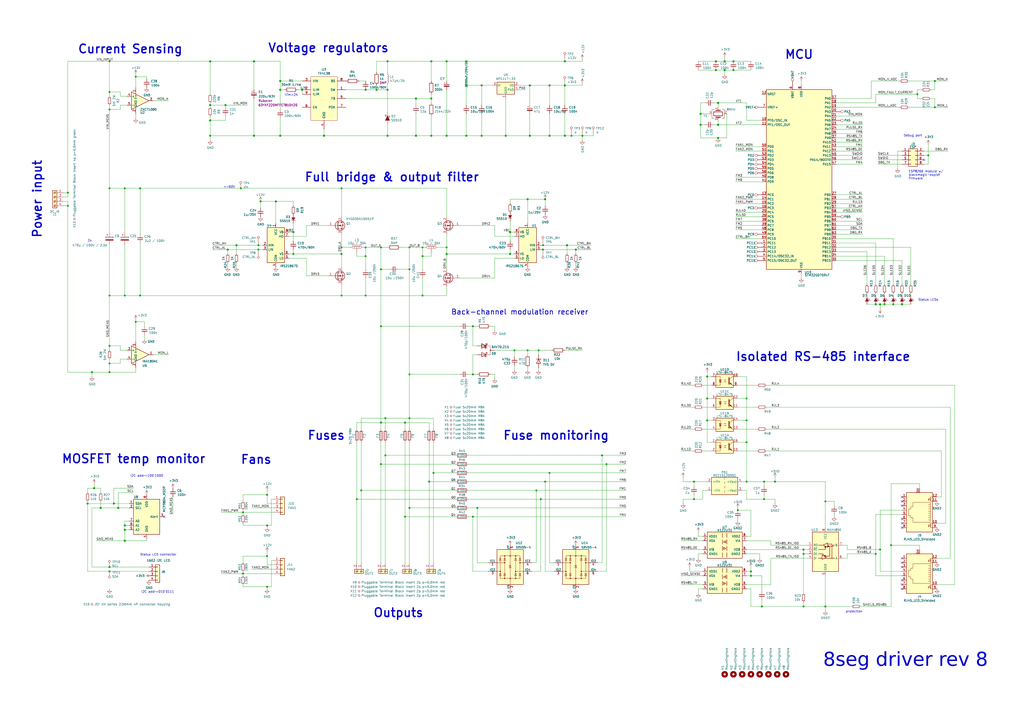
<source format=kicad_sch>
(kicad_sch (version 20230819) (generator eeschema)

  (uuid a4b014d8-050b-4a7a-9077-d2799def17e5)

  (paper "A2")

  

  (junction (at 327.66 78.74) (diameter 1.016) (color 0 0 0 0)
    (uuid 00f422f1-f7f8-45df-931d-5010ff4fc931)
  )
  (junction (at 154.94 287.02) (diameter 0) (color 0 0 0 0)
    (uuid 012f993e-32a7-4364-bac7-db81f6a8a52d)
  )
  (junction (at 259.08 147.32) (diameter 1.016) (color 0 0 0 0)
    (uuid 0320d5ba-1f2a-4dbb-90ec-b8337f7c0078)
  )
  (junction (at 293.37 78.74) (diameter 1.016) (color 0 0 0 0)
    (uuid 035e3df6-a887-424c-8db8-3025c19db82a)
  )
  (junction (at 81.28 109.22) (diameter 0) (color 0 0 0 0)
    (uuid 04379d1c-34c2-4f85-9628-6d7b4d385b04)
  )
  (junction (at 311.15 284.48) (diameter 0) (color 0 0 0 0)
    (uuid 0521cba7-58ba-4404-abc4-97ed796be5e9)
  )
  (junction (at 466.09 351.79) (diameter 0) (color 0 0 0 0)
    (uuid 069a20a2-df52-47f3-b7b5-c90d77e83327)
  )
  (junction (at 443.23 279.4) (diameter 0) (color 0 0 0 0)
    (uuid 08ee1e7a-8d3a-4298-bf77-657ae0db370b)
  )
  (junction (at 147.32 35.56) (diameter 1.016) (color 0 0 0 0)
    (uuid 0903abc9-8580-46a5-a0e4-5ce6a661e2ab)
  )
  (junction (at 443.23 289.56) (diameter 0) (color 0 0 0 0)
    (uuid 09412149-c3d7-42cc-b02a-e8a0a7d26ad1)
  )
  (junction (at 63.5 63.5) (diameter 0) (color 0 0 0 0)
    (uuid 0a2021a7-8eee-457f-a19b-e69bdcddf013)
  )
  (junction (at 72.39 307.34) (diameter 1.016) (color 0 0 0 0)
    (uuid 0ca53f50-b13d-43cb-88af-bf26352ab851)
  )
  (junction (at 140.97 297.18) (diameter 0) (color 0 0 0 0)
    (uuid 0ce4a76c-a77f-4fba-844a-dd70f01d7604)
  )
  (junction (at 441.96 351.79) (diameter 0) (color 0 0 0 0)
    (uuid 0ce6d385-3e5a-40c3-92c9-e41887ea74f1)
  )
  (junction (at 241.3 57.15) (diameter 1.016) (color 0 0 0 0)
    (uuid 0e013a49-ea28-4317-91d8-c846afcf1446)
  )
  (junction (at 327.66 49.53) (diameter 1.016) (color 0 0 0 0)
    (uuid 0ecb41a9-edcd-4167-851b-0a409316af20)
  )
  (junction (at 63.5 109.22) (diameter 0) (color 0 0 0 0)
    (uuid 0f1602c1-b0ae-4d37-8b1a-0f6e7fbd9c01)
  )
  (junction (at 198.12 171.45) (diameter 0) (color 0 0 0 0)
    (uuid 0fa30f14-9242-4c82-8ead-1b5ce9761b9a)
  )
  (junction (at 402.59 289.56) (diameter 0) (color 0 0 0 0)
    (uuid 12f94100-d7e3-4cfb-94ec-6bef0f50d5bd)
  )
  (junction (at 276.86 294.64) (diameter 0) (color 0 0 0 0)
    (uuid 14842aab-327b-4314-ad90-baecb989e3b2)
  )
  (junction (at 250.19 78.74) (diameter 1.016) (color 0 0 0 0)
    (uuid 17438b62-92c5-4c16-8372-5519e17644ba)
  )
  (junction (at 298.45 203.2) (diameter 0) (color 0 0 0 0)
    (uuid 176d78f8-ee33-48e8-8626-c5f4a9ac9253)
  )
  (junction (at 207.01 289.56) (diameter 0) (color 0 0 0 0)
    (uuid 1834741d-cc72-4464-a9e2-2d64b807c3d5)
  )
  (junction (at 314.96 142.24) (diameter 0) (color 0 0 0 0)
    (uuid 188ba6d1-0258-4430-82de-4504640c9221)
  )
  (junction (at 406.4 72.39) (diameter 1.016) (color 0 0 0 0)
    (uuid 197eb893-ab50-430d-9190-6ad4ef716463)
  )
  (junction (at 220.98 245.11) (diameter 0) (color 0 0 0 0)
    (uuid 1d0b64e3-ce82-495b-b6c3-3757b8cbd4df)
  )
  (junction (at 314.96 144.78) (diameter 0) (color 0 0 0 0)
    (uuid 1d5034a5-2105-485a-8f0e-973a0e29ed21)
  )
  (junction (at 121.92 35.56) (diameter 1.016) (color 0 0 0 0)
    (uuid 1d5da22d-f43f-4a8c-b79f-b6a201ab433d)
  )
  (junction (at 54.61 283.21) (diameter 1.016) (color 0 0 0 0)
    (uuid 1eeb059b-acfc-46ea-bb64-a81bc92bb3a3)
  )
  (junction (at 209.55 284.48) (diameter 0) (color 0 0 0 0)
    (uuid 1f925e27-5fda-48a0-8434-49ca60ab828f)
  )
  (junction (at 410.21 231.14) (diameter 0) (color 0 0 0 0)
    (uuid 211d2edf-7005-449f-bc5d-8eca38d8bb6e)
  )
  (junction (at 349.25 264.16) (diameter 0) (color 0 0 0 0)
    (uuid 247960e5-6168-410c-8832-58a49d63dbf0)
  )
  (junction (at 63.5 200.66) (diameter 0) (color 0 0 0 0)
    (uuid 26c973fa-96f3-42b2-a211-ca3d321e1041)
  )
  (junction (at 78.74 44.45) (diameter 0) (color 0 0 0 0)
    (uuid 279f612f-5738-4f20-a535-9958ef780352)
  )
  (junction (at 510.54 176.53) (diameter 1.016) (color 0 0 0 0)
    (uuid 27fcf822-a402-4867-858f-a19ea5819b84)
  )
  (junction (at 130.81 60.96) (diameter 1.016) (color 0 0 0 0)
    (uuid 29d932ac-35b1-4719-b024-fb16ea3d7d64)
  )
  (junction (at 433.07 279.4) (diameter 0) (color 0 0 0 0)
    (uuid 2ba2929e-d82d-40cb-af72-a59d58d33cbc)
  )
  (junction (at 306.07 115.57) (diameter 1.016) (color 0 0 0 0)
    (uuid 2bbf58a4-4126-478e-b296-04cae21d1e49)
  )
  (junction (at 312.42 203.2) (diameter 0) (color 0 0 0 0)
    (uuid 2de04189-82cd-4f64-bb4a-d15b8bda3c3d)
  )
  (junction (at 162.56 78.74) (diameter 1.016) (color 0 0 0 0)
    (uuid 2ef7a379-fc96-409e-86be-72ad614f5c77)
  )
  (junction (at 198.12 147.32) (diameter 1.016) (color 0 0 0 0)
    (uuid 33c966db-50f5-43db-9455-0a2a2c65d44b)
  )
  (junction (at 212.09 148.59) (diameter 0) (color 0 0 0 0)
    (uuid 350628bc-cd1a-40ff-b431-4e7d7c62d68b)
  )
  (junction (at 241.3 78.74) (diameter 1.016) (color 0 0 0 0)
    (uuid 377b7b69-af5e-4cc7-8770-03636f199c92)
  )
  (junction (at 435.61 334.01) (diameter 0) (color 0 0 0 0)
    (uuid 395e6e86-1a94-4bad-896f-145126a7bb00)
  )
  (junction (at 513.08 176.53) (diameter 1.016) (color 0 0 0 0)
    (uuid 3a1e84d6-a87a-4bfb-a2a4-3c6397a7592a)
  )
  (junction (at 237.49 156.21) (diameter 0) (color 0 0 0 0)
    (uuid 3a8f40ae-2e79-4177-9f98-fb8dc7763aba)
  )
  (junction (at 542.29 46.99) (diameter 0) (color 0 0 0 0)
    (uuid 3b5623e9-46f1-4b36-9457-0c0b1018d010)
  )
  (junction (at 137.16 142.24) (diameter 1.016) (color 0 0 0 0)
    (uuid 3ba4cc3b-ceb4-4b38-8b98-08a2715df3eb)
  )
  (junction (at 198.12 109.22) (diameter 0) (color 0 0 0 0)
    (uuid 3ca9dcd0-c320-4a36-9607-4c03daa6a361)
  )
  (junction (at 237.49 294.64) (diameter 0) (color 0 0 0 0)
    (uuid 3d67d638-b1d1-4f98-8a20-8523891ce794)
  )
  (junction (at 518.16 176.53) (diameter 0) (color 0 0 0 0)
    (uuid 3eff19e4-fd72-476a-87b1-b08e7931cbe4)
  )
  (junction (at 237.49 217.17) (diameter 0) (color 0 0 0 0)
    (uuid 3f569de3-d1cf-4267-a849-c01dba18e7e0)
  )
  (junction (at 237.49 143.51) (diameter 0) (color 0 0 0 0)
    (uuid 40689062-8cea-423a-ae91-f37b9b5d6731)
  )
  (junction (at 307.34 78.74) (diameter 1.016) (color 0 0 0 0)
    (uuid 41ab825f-1308-4d4a-91de-7aaf5c5b747f)
  )
  (junction (at 224.79 52.07) (diameter 1.016) (color 0 0 0 0)
    (uuid 423257a9-1cf1-4a26-a368-ae40c8616c22)
  )
  (junction (at 334.01 144.78) (diameter 1.016) (color 0 0 0 0)
    (uuid 442eceee-b445-4cfa-9521-bb7fb466462a)
  )
  (junction (at 270.51 78.74) (diameter 1.016) (color 0 0 0 0)
    (uuid 4467c9c4-0f8b-4288-b7af-6bb921025486)
  )
  (junction (at 274.32 299.72) (diameter 0) (color 0 0 0 0)
    (uuid 449d4f54-e5e1-4c1b-9af7-b10906281ff0)
  )
  (junction (at 270.51 49.53) (diameter 1.016) (color 0 0 0 0)
    (uuid 4a47447e-b34c-4e4b-b428-2f135e8a14ea)
  )
  (junction (at 50.8 292.1) (diameter 1.016) (color 0 0 0 0)
    (uuid 4d19e9f6-2b27-4560-a8a4-871f4ba21385)
  )
  (junction (at 187.96 78.74) (diameter 1.016) (color 0 0 0 0)
    (uuid 4d403375-e327-48a2-a6fd-056a25e40431)
  )
  (junction (at 279.4 49.53) (diameter 1.016) (color 0 0 0 0)
    (uuid 4d7cf408-1fc7-4553-9038-f9c22b416fa2)
  )
  (junction (at 306.07 203.2) (diameter 0) (color 0 0 0 0)
    (uuid 4ed5c65d-270b-421e-a4bb-055283c5e7de)
  )
  (junction (at 68.58 294.64) (diameter 1.016) (color 0 0 0 0)
    (uuid 510b37f1-3e19-48e5-8568-52d428cbdd61)
  )
  (junction (at 318.77 49.53) (diameter 1.016) (color 0 0 0 0)
    (uuid 526dfc45-c0d3-4891-8542-76be0de6756f)
  )
  (junction (at 170.18 147.32) (diameter 0) (color 0 0 0 0)
    (uuid 52f7564e-abff-467f-bf4c-1375dc3072a9)
  )
  (junction (at 220.98 269.24) (diameter 0) (color 0 0 0 0)
    (uuid 532e82dc-c0ff-489c-9093-d0b8f0d2865b)
  )
  (junction (at 259.08 35.56) (diameter 1.016) (color 0 0 0 0)
    (uuid 5358b62b-76e6-4793-ac7f-61586e0c2ec1)
  )
  (junction (at 416.56 72.39) (diameter 1.016) (color 0 0 0 0)
    (uuid 546dfa7f-4b59-408f-b383-761304e2055d)
  )
  (junction (at 449.58 279.4) (diameter 0) (color 0 0 0 0)
    (uuid 56acd9e6-6bf8-4d42-8348-3ddff199d791)
  )
  (junction (at 154.94 322.58) (diameter 0) (color 0 0 0 0)
    (uuid 57985531-8c1b-4c7b-bb5e-6a76fdb87c72)
  )
  (junction (at 170.18 134.62) (diameter 1.016) (color 0 0 0 0)
    (uuid 5924bd5c-a4a5-4953-94e3-24f4618f17dc)
  )
  (junction (at 245.11 143.51) (diameter 0) (color 0 0 0 0)
    (uuid 5a597426-dcd2-4ae1-9a74-aab26e1fd4bb)
  )
  (junction (at 162.56 52.07) (diameter 1.016) (color 0 0 0 0)
    (uuid 5b091244-19d1-4b58-aaf6-db793657a6a4)
  )
  (junction (at 435.61 331.47) (diameter 0) (color 0 0 0 0)
    (uuid 5ef12dd1-8374-4bec-8a76-bfc5aa1498e7)
  )
  (junction (at 327.66 35.56) (diameter 1.016) (color 0 0 0 0)
    (uuid 6112e5e3-5333-4eec-b6e2-b535ee37a2f6)
  )
  (junction (at 151.13 116.84) (diameter 1.016) (color 0 0 0 0)
    (uuid 62499af8-dd25-46ec-90b9-62e3a1422b55)
  )
  (junction (at 245.11 171.45) (diameter 0) (color 0 0 0 0)
    (uuid 62f76d29-36ff-4668-95f2-cae0a59432ba)
  )
  (junction (at 279.4 78.74) (diameter 1.016) (color 0 0 0 0)
    (uuid 66c337d2-b5e0-493e-aac8-3c7c16bef129)
  )
  (junction (at 510.54 318.77) (diameter 0) (color 0 0 0 0)
    (uuid 675cf0ca-6c8e-4c7b-8e7f-87827d484331)
  )
  (junction (at 72.39 313.69) (diameter 1.016) (color 0 0 0 0)
    (uuid 67df6e4b-aea8-4c3c-b09a-0bfc42ca01ba)
  )
  (junction (at 220.98 143.51) (diameter 0) (color 0 0 0 0)
    (uuid 6a3e1dec-9cfc-4b3b-8983-a4237bc395c9)
  )
  (junction (at 542.29 62.23) (diameter 0) (color 0 0 0 0)
    (uuid 6b26881f-f251-4a0d-afad-8a6a4c5835b2)
  )
  (junction (at 420.37 40.64) (diameter 1.016) (color 0 0 0 0)
    (uuid 6f0907ee-51ac-4830-99ce-6f122169ebd5)
  )
  (junction (at 410.21 243.84) (diameter 0) (color 0 0 0 0)
    (uuid 70afe2ac-da0b-4481-b3dc-104bb2f2cf5c)
  )
  (junction (at 149.86 142.24) (diameter 0) (color 0 0 0 0)
    (uuid 71281dfe-3e0b-45d0-a333-5e73a384f7f1)
  )
  (junction (at 406.4 66.04) (diameter 1.016) (color 0 0 0 0)
    (uuid 71b23dd2-c4ff-48b0-b045-1cef4afdd0ba)
  )
  (junction (at 425.45 40.64) (diameter 1.016) (color 0 0 0 0)
    (uuid 726abf46-4c68-4de0-b28d-c64c6f1363ba)
  )
  (junction (at 516.89 316.23) (diameter 0) (color 0 0 0 0)
    (uuid 7277d00c-9c8a-4abe-9268-bce3037f00d5)
  )
  (junction (at 224.79 78.74) (diameter 1.016) (color 0 0 0 0)
    (uuid 74a91f23-026b-488a-8683-941ade4f8419)
  )
  (junction (at 245.11 148.59) (diameter 0) (color 0 0 0 0)
    (uuid 770f518c-7b5d-4e34-9c97-192a6af07510)
  )
  (junction (at 66.04 292.1) (diameter 1.016) (color 0 0 0 0)
    (uuid 7a96add3-47eb-4e25-94c5-098c8c67bd25)
  )
  (junction (at 63.5 171.45) (diameter 0) (color 0 0 0 0)
    (uuid 81a4e56c-4eb9-4431-8b56-198319939bcd)
  )
  (junction (at 140.97 332.74) (diameter 0) (color 0 0 0 0)
    (uuid 836e43a7-d480-4db6-9f2f-3a80a0aa47a2)
  )
  (junction (at 72.39 171.45) (diameter 0) (color 0 0 0 0)
    (uuid 853e9817-75c4-4d86-83fb-795ed1547f0a)
  )
  (junction (at 328.93 142.24) (diameter 1.016) (color 0 0 0 0)
    (uuid 8590b800-13d7-4325-b887-26ccf4d18c5a)
  )
  (junction (at 416.56 80.01) (diameter 1.016) (color 0 0 0 0)
    (uuid 869ab7b5-94ce-4ba4-ac06-f87b4d6a081e)
  )
  (junction (at 523.24 176.53) (diameter 1.016) (color 0 0 0 0)
    (uuid 86c38215-051f-4de4-9483-d96bedd86a9e)
  )
  (junction (at 58.42 294.64) (diameter 1.016) (color 0 0 0 0)
    (uuid 874d7e1c-e18e-482b-9de1-baa9c0166694)
  )
  (junction (at 162.56 46.99) (diameter 1.016) (color 0 0 0 0)
    (uuid 892cf1a6-708d-475a-a57e-f3ba0d9faa64)
  )
  (junction (at 259.08 78.74) (diameter 1.016) (color 0 0 0 0)
    (uuid 894a30af-e630-490e-b8fd-be6ea13ab67c)
  )
  (junction (at 433.07 243.84) (diameter 0) (color 0 0 0 0)
    (uuid 8b2512bd-6d01-48af-8996-f2c66e786165)
  )
  (junction (at 39.37 119.38) (diameter 0) (color 0 0 0 0)
    (uuid 8e747172-0ea1-4712-b328-65d03b784c64)
  )
  (junction (at 295.91 134.62) (diameter 1.016) (color 0 0 0 0)
    (uuid 8f2a842c-a024-4a46-bace-f8363576d461)
  )
  (junction (at 250.19 35.56) (diameter 1.016) (color 0 0 0 0)
    (uuid 90df0114-0305-498a-b67b-e25624694405)
  )
  (junction (at 295.91 147.32) (diameter 1.016) (color 0 0 0 0)
    (uuid 910d03ea-b724-4332-8f3b-1c8ecf717b86)
  )
  (junction (at 316.23 279.4) (diameter 0) (color 0 0 0 0)
    (uuid 93a663b7-3043-419f-83df-3863816aec30)
  )
  (junction (at 433.07 231.14) (diameter 0) (color 0 0 0 0)
    (uuid 955d85a1-7a22-4f8f-a05c-9f5429b0238c)
  )
  (junction (at 259.08 143.51) (diameter 0) (color 0 0 0 0)
    (uuid 9766ca31-408b-4d95-9bad-173ca2b52508)
  )
  (junction (at 508 176.53) (diameter 1.016) (color 0 0 0 0)
    (uuid 9948e0a1-7b24-4486-a82f-1d91da28a292)
  )
  (junction (at 160.02 116.84) (diameter 1.016) (color 0 0 0 0)
    (uuid 9b74b1b8-a079-4f26-86cb-e2d6b81bdb59)
  )
  (junction (at 63.5 210.82) (diameter 0) (color 0 0 0 0)
    (uuid 9e7cc61a-56b6-453e-8aa6-893d4ef70806)
  )
  (junction (at 433.07 256.54) (diameter 0) (color 0 0 0 0)
    (uuid 9f303310-9b7c-44fe-89f1-8117b15280cb)
  )
  (junction (at 212.09 171.45) (diameter 0) (color 0 0 0 0)
    (uuid 9fd16c69-e242-40b5-881e-5108e2dffd86)
  )
  (junction (at 313.69 289.56) (diameter 0) (color 0 0 0 0)
    (uuid a068efa3-0197-423d-85ea-2a33172332e9)
  )
  (junction (at 220.98 189.23) (diameter 0) (color 0 0 0 0)
    (uuid a0980239-c5dc-43ae-9525-17b10080600d)
  )
  (junction (at 425.45 35.56) (diameter 1.016) (color 0 0 0 0)
    (uuid a0dccd9a-c66a-4903-bce0-ac1049d29474)
  )
  (junction (at 337.82 78.74) (diameter 0) (color 0 0 0 0)
    (uuid a38e120c-a809-49df-b048-2e140aefa4d3)
  )
  (junction (at 63.5 35.56) (diameter 0) (color 0 0 0 0)
    (uuid a3cb0cbf-4a8e-4d69-8572-d3f94aa1914f)
  )
  (junction (at 307.34 49.53) (diameter 1.016) (color 0 0 0 0)
    (uuid a71f8055-7cc3-4ed1-937c-85a0c4bc488e)
  )
  (junction (at 63.5 53.34) (diameter 0) (color 0 0 0 0)
    (uuid a7355e16-9c8a-431b-be29-d69b66c861a9)
  )
  (junction (at 508 321.31) (diameter 0) (color 0 0 0 0)
    (uuid aaf32b7e-103d-4091-b100-cde572d9ba2b)
  )
  (junction (at 250.19 57.15) (diameter 1.016) (color 0 0 0 0)
    (uuid ad0b028b-81c5-43f9-a187-cfc93887d452)
  )
  (junction (at 420.37 35.56) (diameter 1.016) (color 0 0 0 0)
    (uuid ad2bb25f-d622-4d87-947a-dc4d94a393ae)
  )
  (junction (at 251.46 274.32) (diameter 0) (color 0 0 0 0)
    (uuid af7c7ec1-94e3-4d38-b902-7ba3a0302c07)
  )
  (junction (at 478.79 351.79) (diameter 1.016) (color 0 0 0 0)
    (uuid af9650c7-e985-4bd4-891a-54a81329d534)
  )
  (junction (at 218.44 52.07) (diameter 1.016) (color 0 0 0 0)
    (uuid afb2050b-873a-4057-a6f5-2f8efbd48ac6)
  )
  (junction (at 72.39 109.22) (diameter 0) (color 0 0 0 0)
    (uuid b06b39fa-4f0b-47fb-a799-12306ff4968d)
  )
  (junction (at 53.34 215.9) (diameter 0) (color 0 0 0 0)
    (uuid b126ed94-7bd0-4572-b20d-765f98e19aec)
  )
  (junction (at 147.32 78.74) (diameter 1.016) (color 0 0 0 0)
    (uuid b458bd04-5ee4-4069-8fb9-5f1984ee02a1)
  )
  (junction (at 121.92 78.74) (diameter 0) (color 0 0 0 0)
    (uuid b64c136f-6323-4973-8aa9-babf10283d05)
  )
  (junction (at 149.86 144.78) (diameter 0) (color 0 0 0 0)
    (uuid b778de3e-44ef-4869-a211-eda8053ebaf9)
  )
  (junction (at 121.92 60.96) (diameter 1.016) (color 0 0 0 0)
    (uuid ba2201e2-6ab3-43df-bed9-9ac88aec6ed9)
  )
  (junction (at 415.29 35.56) (diameter 1.016) (color 0 0 0 0)
    (uuid bfb6e205-4940-46f0-9df4-153f8e1aaa7f)
  )
  (junction (at 154.94 340.36) (diameter 0) (color 0 0 0 0)
    (uuid c26ea32d-7a06-43de-8400-b698bb71c864)
  )
  (junction (at 274.32 189.23) (diameter 0) (color 0 0 0 0)
    (uuid c2bf86a7-2544-42d3-abe9-f753e4ee5a4c)
  )
  (junction (at 132.08 144.78) (diameter 1.016) (color 0 0 0 0)
    (uuid c3127fc8-ab5b-4477-a3d7-4ba0b9c49089)
  )
  (junction (at 154.94 304.8) (diameter 0) (color 0 0 0 0)
    (uuid c38ff2d6-ab8d-41f3-b2b7-7204a3bb22b5)
  )
  (junction (at 63.5 215.9) (diameter 0) (color 0 0 0 0)
    (uuid c3ab4113-ff42-470c-8d9d-2d12cff60d9b)
  )
  (junction (at 274.32 217.17) (diameter 0) (color 0 0 0 0)
    (uuid c66bed68-af8e-477e-800f-414019c70f5b)
  )
  (junction (at 212.09 52.07) (diameter 1.016) (color 0 0 0 0)
    (uuid c66f7e17-4c9b-49ec-a9d9-a26d8d08f351)
  )
  (junction (at 234.95 245.11) (diameter 0) (color 0 0 0 0)
    (uuid cb4f1b11-1dbe-4d19-b898-04b9190468e6)
  )
  (junction (at 466.09 318.77) (diameter 1.016) (color 0 0 0 0)
    (uuid cec8ba27-616e-40a4-90cc-2b3e8fe9ee8b)
  )
  (junction (at 39.37 111.76) (diameter 0) (color 0 0 0 0)
    (uuid cf174f8d-df28-4548-ab42-5fe55500c18c)
  )
  (junction (at 223.52 242.57) (diameter 0) (color 0 0 0 0)
    (uuid d057e042-e88c-4065-be79-b9fde8b880a2)
  )
  (junction (at 318.77 274.32) (diameter 0) (color 0 0 0 0)
    (uuid d0c99083-5802-4737-99a1-08b81c912946)
  )
  (junction (at 175.26 52.07) (diameter 1.016) (color 0 0 0 0)
    (uuid d2f0248d-b920-4443-96ee-1df87eceaf08)
  )
  (junction (at 410.21 218.44) (diameter 0) (color 0 0 0 0)
    (uuid db9f3bd0-8457-4418-afa3-a97048d16f26)
  )
  (junction (at 223.52 264.16) (diameter 0) (color 0 0 0 0)
    (uuid ddcad985-0dcf-4564-9188-98ae104ec895)
  )
  (junction (at 318.77 78.74) (diameter 1.016) (color 0 0 0 0)
    (uuid e00e7a69-7876-4f7f-84a6-70f9097f197d)
  )
  (junction (at 316.23 115.57) (diameter 1.016) (color 0 0 0 0)
    (uuid e0f69eb1-4709-4657-9f74-fb5d17a06ed4)
  )
  (junction (at 78.74 186.69) (diameter 0) (color 0 0 0 0)
    (uuid e3905d6e-0be9-4150-91d9-ddc0525fa162)
  )
  (junction (at 72.39 304.8) (diameter 1.016) (color 0 0 0 0)
    (uuid e3e41faa-8169-4615-a9c9-213c0d620a5e)
  )
  (junction (at 63.5 328.93) (diameter 1.016) (color 0 0 0 0)
    (uuid e48f7b35-32c2-4f21-8f16-b643e635e96e)
  )
  (junction (at 538.48 90.17) (diameter 0) (color 0 0 0 0)
    (uuid e4dcf46d-35ca-4eb8-9f0a-88039139f35a)
  )
  (junction (at 427.99 295.91) (diameter 0) (color 0 0 0 0)
    (uuid e514e1dc-469d-4562-9117-93b82ba8a399)
  )
  (junction (at 402.59 279.4) (diameter 0) (color 0 0 0 0)
    (uuid e518770d-ab41-487d-bbc5-fa94a10ce4f5)
  )
  (junction (at 466.09 321.31) (diameter 0) (color 0 0 0 0)
    (uuid e60a82f4-29b9-480c-8c6f-082dc0ab7f1f)
  )
  (junction (at 63.5 331.47) (diameter 1.016) (color 0 0 0 0)
    (uuid e62ec827-61f3-4a66-8872-be2c46aecf07)
  )
  (junction (at 224.79 35.56) (diameter 1.016) (color 0 0 0 0)
    (uuid e65fb0cc-5624-4d1f-8b10-47d46fc3067e)
  )
  (junction (at 478.79 290.83) (diameter 0) (color 0 0 0 0)
    (uuid e6682cbb-4633-4609-adbd-85b299d46f71)
  )
  (junction (at 212.09 143.51) (diameter 0) (color 0 0 0 0)
    (uuid e6932ae2-dc0c-4f61-95b9-7af407aa076c)
  )
  (junction (at 331.47 78.74) (diameter 0) (color 0 0 0 0)
    (uuid e84358ba-686e-4d0b-ae68-c3f64afa7644)
  )
  (junction (at 237.49 242.57) (diameter 0) (color 0 0 0 0)
    (uuid e88fd037-652e-4edf-8469-f3155c085570)
  )
  (junction (at 416.56 59.69) (diameter 1.016) (color 0 0 0 0)
    (uuid e9036d12-438e-4734-99a1-0bb5aaef2eec)
  )
  (junction (at 270.51 35.56) (diameter 1.016) (color 0 0 0 0)
    (uuid ea126893-85e1-47f7-ab86-95880f835131)
  )
  (junction (at 220.98 156.21) (diameter 0) (color 0 0 0 0)
    (uuid eade7e85-16df-4223-b3a9-b1508e758abd)
  )
  (junction (at 139.7 109.22) (diameter 0) (color 0 0 0 0)
    (uuid efed1ef7-6a76-42b8-8dff-ae36c3d36a15)
  )
  (junction (at 532.13 54.61) (diameter 0) (color 0 0 0 0)
    (uuid f1eaa29b-d971-40a2-b1d4-15c9ba8bd275)
  )
  (junction (at 198.12 143.51) (diameter 0) (color 0 0 0 0)
    (uuid f25eed45-9cff-4bcf-8f75-f4bb2d064bf1)
  )
  (junction (at 248.92 279.4) (diameter 0) (color 0 0 0 0)
    (uuid f34483c7-b692-41df-b9e9-83a81f1651a7)
  )
  (junction (at 415.29 40.64) (diameter 1.016) (color 0 0 0 0)
    (uuid f4a903a9-fcfe-48ab-8d0a-abc0c3179b30)
  )
  (junction (at 81.28 171.45) (diameter 0) (color 0 0 0 0)
    (uuid f93a517d-5210-48e0-b710-c86b68e0eb0e)
  )
  (junction (at 351.79 269.24) (diameter 0) (color 0 0 0 0)
    (uuid f98ee8c4-ccab-4649-9fb5-7133e2dc9eae)
  )
  (junction (at 234.95 299.72) (diameter 0) (color 0 0 0 0)
    (uuid fa056696-dfdf-4a1a-aa20-2a53d63dd2e5)
  )
  (junction (at 121.92 69.85) (diameter 1.016) (color 0 0 0 0)
    (uuid fd27718e-14d1-4dfa-96ae-77db64da4003)
  )

  (no_connect (at 523.24 290.83) (uuid 0525c98b-0dec-46f0-b699-cf9475eeba19))
  (no_connect (at 95.25 299.72) (uuid 46ca69a9-5d31-4bc1-9ced-3c7b116a3036))
  (no_connect (at 523.24 341.63) (uuid 48946b18-b753-4e71-9ee3-e5230a2a902b))
  (no_connect (at 523.24 303.53) (uuid 8c58f85d-95d4-4f58-b4a4-ac4fac049f55))
  (no_connect (at 523.24 306.07) (uuid 9f54a902-0b18-46b9-98ad-c6792cdae6e5))
  (no_connect (at 523.24 328.93) (uuid a46b7c0d-b4fa-47dc-98a5-d5c593c702e2))
  (no_connect (at 523.24 300.99) (uuid afa60920-e327-4b32-a46c-fdf8291c7430))
  (no_connect (at 523.24 323.85) (uuid b13cb89e-237e-45c6-91a5-897be29331f8))
  (no_connect (at 523.24 293.37) (uuid b1f38491-4652-422c-b0da-514a2293ea97))
  (no_connect (at 523.24 288.29) (uuid c53ede21-0cf3-4111-ae02-3c1756ee5063))
  (no_connect (at 523.24 336.55) (uuid ed34b661-daf0-4e2b-bcde-b8cd1cfc0f39))
  (no_connect (at 523.24 326.39) (uuid ee45a50c-ebfd-40d3-9b4b-c2b9bf90055d))
  (no_connect (at 523.24 339.09) (uuid eee60b3c-25b9-475e-a949-38aec09eec65))
  (no_connect (at 535.94 92.71) (uuid ef77bb6b-94ba-436b-ad9f-5fc5cbc010bc))

  (wire (pts (xy 425.45 35.56) (xy 435.61 35.56))
    (stroke (width 0) (type solid))
    (uuid 0125158a-83af-46c8-9c53-40abe6b401a2)
  )
  (wire (pts (xy 516.89 280.67) (xy 516.89 316.23))
    (stroke (width 0) (type solid))
    (uuid 0175a53a-8f58-4956-b5f1-e9666b8aec14)
  )
  (wire (pts (xy 241.3 78.74) (xy 250.19 78.74))
    (stroke (width 0) (type solid))
    (uuid 02ad3fbc-4f36-4004-b97c-1262e0af1410)
  )
  (wire (pts (xy 69.85 210.82) (xy 69.85 208.28))
    (stroke (width 0) (type default))
    (uuid 031fba2e-dd93-4900-afa3-6c360b1d9363)
  )
  (wire (pts (xy 300.99 52.07) (xy 304.8 52.07))
    (stroke (width 0) (type solid))
    (uuid 033d91b2-7700-47d4-9813-cae9e301651e)
  )
  (wire (pts (xy 165.1 52.07) (xy 162.56 52.07))
    (stroke (width 0) (type solid))
    (uuid 039718b7-fa03-431f-b93b-f6449ecff0cf)
  )
  (wire (pts (xy 245.11 148.59) (xy 245.11 156.21))
    (stroke (width 0) (type default))
    (uuid 03eee8c4-5569-457f-b3a9-cea990f0636c)
  )
  (wire (pts (xy 534.67 52.07) (xy 532.13 52.07))
    (stroke (width 0) (type default))
    (uuid 04026016-3474-447c-9724-0e9128046132)
  )
  (wire (pts (xy 314.96 142.24) (xy 328.93 142.24))
    (stroke (width 0) (type solid))
    (uuid 04548d62-d404-4dbf-885d-397fa1450014)
  )
  (wire (pts (xy 68.58 294.64) (xy 58.42 294.64))
    (stroke (width 0) (type solid))
    (uuid 0532c6b3-06b8-49eb-8576-10b05a190a90)
  )
  (wire (pts (xy 400.05 331.47) (xy 407.67 331.47))
    (stroke (width 0) (type default))
    (uuid 057c0cbc-dbc9-4526-835b-46cf3c41bc85)
  )
  (wire (pts (xy 351.79 269.24) (xy 351.79 331.47))
    (stroke (width 0) (type default))
    (uuid 05bc9c14-573a-43f9-ae6a-89228680c3ab)
  )
  (wire (pts (xy 63.5 328.93) (xy 86.36 328.93))
    (stroke (width 0) (type solid))
    (uuid 05d38674-844f-4d26-96a8-fbe915d8031c)
  )
  (wire (pts (xy 223.52 242.57) (xy 223.52 248.92))
    (stroke (width 0) (type default))
    (uuid 06132d43-4050-457c-bde1-965d3cd7944e)
  )
  (wire (pts (xy 69.85 53.34) (xy 63.5 53.34))
    (stroke (width 0) (type default))
    (uuid 067b5c43-4fd9-4094-9167-89dc0c02bfaa)
  )
  (wire (pts (xy 154.94 287.02) (xy 154.94 284.48))
    (stroke (width 0) (type default))
    (uuid 06a28eb9-0714-4132-8dec-388567d1df3b)
  )
  (wire (pts (xy 259.08 171.45) (xy 259.08 166.37))
    (stroke (width 0) (type solid))
    (uuid 070aefd7-d02d-48d1-a2d5-d2f761a52ecb)
  )
  (wire (pts (xy 485.14 90.17) (xy 500.38 90.17))
    (stroke (width 0) (type default))
    (uuid 076b2c7b-42d9-4290-8e12-be7c6687b4b1)
  )
  (wire (pts (xy 139.7 109.22) (xy 198.12 109.22))
    (stroke (width 0) (type default))
    (uuid 07e5f72f-9b63-41fa-ba52-572a2cdebbee)
  )
  (wire (pts (xy 405.13 311.15) (xy 407.67 311.15))
    (stroke (width 0) (type default))
    (uuid 07f70b5e-d3e2-473c-82b1-5b6a3d28b50b)
  )
  (wire (pts (xy 198.12 135.89) (xy 198.12 143.51))
    (stroke (width 0) (type solid))
    (uuid 0908971d-0a3b-4817-9803-29a53fd07749)
  )
  (wire (pts (xy 259.08 46.99) (xy 259.08 35.56))
    (stroke (width 0) (type solid))
    (uuid 093dd22f-3d54-4f90-b915-835042bcb84a)
  )
  (wire (pts (xy 209.55 284.48) (xy 264.16 284.48))
    (stroke (width 0) (type default))
    (uuid 0959fa8d-9220-4008-a51b-bb9e6a4c02d6)
  )
  (wire (pts (xy 154.94 327.66) (xy 154.94 322.58))
    (stroke (width 0) (type default))
    (uuid 0a4a06ab-d6ca-4b15-a719-16c1dfe47734)
  )
  (wire (pts (xy 433.07 289.56) (xy 443.23 289.56))
    (stroke (width 0) (type default))
    (uuid 0ac29e11-12ab-4c46-96db-db8276d5eda5)
  )
  (wire (pts (xy 546.1 288.29) (xy 546.1 261.62))
    (stroke (width 0) (type solid))
    (uuid 0acd6451-ce3c-426b-aea3-4c990ad4e4a9)
  )
  (wire (pts (xy 407.67 223.52) (xy 412.75 223.52))
    (stroke (width 0) (type default))
    (uuid 0acd6478-5b08-4a01-b857-900f30f26ca8)
  )
  (wire (pts (xy 306.07 203.2) (xy 312.42 203.2))
    (stroke (width 0) (type default))
    (uuid 0b7a8689-8d01-4b07-96e3-71de780db8a7)
  )
  (wire (pts (xy 328.93 147.32) (xy 328.93 142.24))
    (stroke (width 0) (type solid))
    (uuid 0b93ea2e-0566-43ca-bf2a-622432378311)
  )
  (wire (pts (xy 427.99 294.64) (xy 427.99 295.91))
    (stroke (width 0) (type default))
    (uuid 0bf0d194-f798-44d7-80aa-0abecb628b36)
  )
  (wire (pts (xy 485.14 62.23) (xy 521.97 62.23))
    (stroke (width 0) (type default))
    (uuid 0c13295e-99db-4533-baa8-d2e52bbceced)
  )
  (wire (pts (xy 394.97 313.69) (xy 407.67 313.69))
    (stroke (width 0) (type default))
    (uuid 0c8275b9-ba39-4689-ac9d-deae68307a32)
  )
  (wire (pts (xy 513.08 176.53) (xy 518.16 176.53))
    (stroke (width 0) (type solid))
    (uuid 0cebc144-945e-4a32-ab17-9a31b1d9ae3c)
  )
  (wire (pts (xy 50.8 283.21) (xy 54.61 283.21))
    (stroke (width 0) (type solid))
    (uuid 0cf786f4-9ec9-4931-a516-37b088a3d637)
  )
  (wire (pts (xy 331.47 77.47) (xy 331.47 78.74))
    (stroke (width 0) (type default))
    (uuid 0d24809d-f93d-4c3b-b002-7cd7276927b6)
  )
  (wire (pts (xy 485.14 80.01) (xy 500.38 80.01))
    (stroke (width 0) (type default))
    (uuid 0d454349-0d0f-427c-9368-fa144754f232)
  )
  (wire (pts (xy 63.5 63.5) (xy 69.85 63.5))
    (stroke (width 0) (type default))
    (uuid 0e335656-eaa1-4e4a-816a-0461f0ebf055)
  )
  (wire (pts (xy 170.18 139.7) (xy 170.18 134.62))
    (stroke (width 0) (type solid))
    (uuid 0ecd8ca8-2bc2-45c5-ad7b-6c09666d3f74)
  )
  (wire (pts (xy 274.32 331.47) (xy 274.32 299.72))
    (stroke (width 0) (type default))
    (uuid 0ed7b107-46f8-40d3-bd8e-ba0e86aaea99)
  )
  (wire (pts (xy 405.13 40.64) (xy 415.29 40.64))
    (stroke (width 0) (type solid))
    (uuid 0f2f0a3c-fba8-4afe-b065-5fc5eab9928a)
  )
  (wire (pts (xy 466.09 321.31) (xy 468.63 321.31))
    (stroke (width 0) (type solid))
    (uuid 0f4cb350-8717-478f-b37e-0f0d5e99ba26)
  )
  (wire (pts (xy 539.75 52.07) (xy 542.29 52.07))
    (stroke (width 0) (type default))
    (uuid 0fa163ac-a571-47b9-a950-875acfe924fb)
  )
  (wire (pts (xy 69.85 203.2) (xy 69.85 200.66))
    (stroke (width 0) (type default))
    (uuid 1032fd79-9290-40e0-986c-46e5ba31d9a4)
  )
  (wire (pts (xy 295.91 128.27) (xy 295.91 134.62))
    (stroke (width 0) (type solid))
    (uuid 108118cd-b53d-45e4-bc19-661872f51c56)
  )
  (wire (pts (xy 137.16 152.4) (xy 137.16 154.94))
    (stroke (width 0) (type solid))
    (uuid 108dffa3-ee94-4f6c-8c9b-8fcc612789ed)
  )
  (wire (pts (xy 485.14 135.89) (xy 500.38 135.89))
    (stroke (width 0) (type default))
    (uuid 113d6b28-daaa-4396-921f-d5474b6fc7e9)
  )
  (wire (pts (xy 220.98 143.51) (xy 220.98 156.21))
    (stroke (width 0) (type default))
    (uuid 114da88a-20fc-4bf7-a411-8ec88f6f74e9)
  )
  (wire (pts (xy 508 54.61) (xy 532.13 54.61))
    (stroke (width 0) (type default))
    (uuid 1190c65c-a56a-4813-86bb-b73c9b38e863)
  )
  (wire (pts (xy 508 176.53) (xy 510.54 176.53))
    (stroke (width 0) (type solid))
    (uuid 12694466-e0eb-4952-a56a-f3bd573ff09d)
  )
  (wire (pts (xy 546.1 288.29) (xy 543.56 288.29))
    (stroke (width 0) (type solid))
    (uuid 126f7227-746c-448e-9226-2736d76e960a)
  )
  (wire (pts (xy 427.99 256.54) (xy 433.07 256.54))
    (stroke (width 0) (type default))
    (uuid 1328cecf-6acc-46f8-bb44-49650c819bff)
  )
  (wire (pts (xy 318.77 78.74) (xy 327.66 78.74))
    (stroke (width 0) (type solid))
    (uuid 133ecb11-56bc-4794-937f-1abf634b7f58)
  )
  (wire (pts (xy 402.59 279.4) (xy 402.59 281.94))
    (stroke (width 0) (type default))
    (uuid 134e4681-2f22-4bfb-bcc5-b0774ba181df)
  )
  (wire (pts (xy 316.23 331.47) (xy 321.31 331.47))
    (stroke (width 0) (type default))
    (uuid 136419d0-e59d-4387-a3ba-048d12922e89)
  )
  (wire (pts (xy 250.19 54.61) (xy 250.19 57.15))
    (stroke (width 0) (type solid))
    (uuid 14d4c963-d162-4ab2-ab1d-1406c8d3fdd3)
  )
  (wire (pts (xy 69.85 208.28) (xy 73.66 208.28))
    (stroke (width 0) (type default))
    (uuid 155fb880-cd5e-4e1a-aab2-46c761e6ded9)
  )
  (wire (pts (xy 485.14 59.69) (xy 508 59.69))
    (stroke (width 0) (type default))
    (uuid 158effc7-5f56-4c6b-a693-ee1e345d88b6)
  )
  (wire (pts (xy 308.61 326.39) (xy 311.15 326.39))
    (stroke (width 0) (type default))
    (uuid 15b8eade-289b-4893-bc0a-170bc7d52355)
  )
  (wire (pts (xy 430.53 279.4) (xy 433.07 279.4))
    (stroke (width 0) (type default))
    (uuid 169350ea-184b-4c0f-a9ac-302ea442f609)
  )
  (wire (pts (xy 207.01 256.54) (xy 207.01 289.56))
    (stroke (width 0) (type default))
    (uuid 17021f3b-05c7-4682-b25e-fcfd63eed2b0)
  )
  (wire (pts (xy 485.14 146.05) (xy 502.92 146.05))
    (stroke (width 0) (type default))
    (uuid 17cd70b5-199f-4461-a781-73169b176b10)
  )
  (wire (pts (xy 508 321.31) (xy 508 334.01))
    (stroke (width 0) (type solid))
    (uuid 18875b23-5fc7-4c2c-98d0-caa3019df76c)
  )
  (wire (pts (xy 318.77 326.39) (xy 321.31 326.39))
    (stroke (width 0) (type default))
    (uuid 18aa113b-1059-456b-95c6-7e1c64664a6f)
  )
  (wire (pts (xy 478.79 290.83) (xy 478.79 306.07))
    (stroke (width 0) (type solid))
    (uuid 18e76ead-72bb-4b33-9ad9-648db4b2dce1)
  )
  (wire (pts (xy 420.37 35.56) (xy 425.45 35.56))
    (stroke (width 0) (type solid))
    (uuid 19386036-f8af-4364-9139-d83f9a7cfeca)
  )
  (wire (pts (xy 78.74 186.69) (xy 78.74 198.12))
    (stroke (width 0) (type default))
    (uuid 19781004-4bb5-45e1-9f75-62026f026f76)
  )
  (wire (pts (xy 427.99 243.84) (xy 433.07 243.84))
    (stroke (width 0) (type default))
    (uuid 1a3b004e-caf0-4311-aad6-aee615184492)
  )
  (wire (pts (xy 100.33 288.29) (xy 100.33 298.45))
    (stroke (width 0) (type solid))
    (uuid 1a50ad5c-6205-4160-ba9c-1bec89ce3fdc)
  )
  (wire (pts (xy 483.87 293.37) (xy 483.87 290.83))
    (stroke (width 0) (type default))
    (uuid 1a6128c7-fd99-4e03-82e2-ea0b187610ce)
  )
  (wire (pts (xy 39.37 119.38) (xy 39.37 215.9))
    (stroke (width 0) (type solid))
    (uuid 1ab5cf08-085f-4177-99eb-607c4ed46be2)
  )
  (wire (pts (xy 85.09 44.45) (xy 85.09 45.72))
    (stroke (width 0) (type default))
    (uuid 1ae384f7-57f4-4c1e-b57c-f9e93adce9e4)
  )
  (wire (pts (xy 426.72 125.73) (xy 441.96 125.73))
    (stroke (width 0) (type default))
    (uuid 1d0e6c24-529d-4e09-8bf9-0c88f569d3e0)
  )
  (wire (pts (xy 248.92 245.11) (xy 248.92 248.92))
    (stroke (width 0) (type default))
    (uuid 1d1bb7ac-274d-4d0c-b694-cbf924df9661)
  )
  (wire (pts (xy 407.67 289.56) (xy 407.67 284.48))
    (stroke (width 0) (type default))
    (uuid 1d47adbf-4e2c-48c3-bea2-54815367415e)
  )
  (wire (pts (xy 535.94 90.17) (xy 538.48 90.17))
    (stroke (width 0) (type default))
    (uuid 1e0cb541-95c2-4d23-9e9e-1434dbbf1075)
  )
  (wire (pts (xy 140.97 322.58) (xy 154.94 322.58))
    (stroke (width 0) (type default))
    (uuid 1e9365fc-097b-4b6d-8a71-fd0bac9bb24e)
  )
  (wire (pts (xy 346.71 331.47) (xy 351.79 331.47))
    (stroke (width 0) (type default))
    (uuid 1ee1fe65-28f1-4b5c-ba74-54ee089e3b03)
  )
  (wire (pts (xy 212.09 148.59) (xy 212.09 156.21))
    (stroke (width 0) (type default))
    (uuid 1f2d32fb-454d-463b-b91a-8691195009e7)
  )
  (wire (pts (xy 407.67 261.62) (xy 412.75 261.62))
    (stroke (width 0) (type default))
    (uuid 1f41c816-d3bd-4464-a124-0bf91987ecfc)
  )
  (wire (pts (xy 406.4 59.69) (xy 406.4 66.04))
    (stroke (width 0) (type solid))
    (uuid 1f9a47d5-2c2c-4476-9ac0-f08877814dc3)
  )
  (wire (pts (xy 72.39 304.8) (xy 72.39 302.26))
    (stroke (width 0) (type solid))
    (uuid 1fdcf579-1f56-4cfe-a366-e3065e5ae496)
  )
  (wire (pts (xy 427.99 231.14) (xy 433.07 231.14))
    (stroke (width 0) (type default))
    (uuid 202a59c1-0230-440b-8af5-14a5e9489c1c)
  )
  (wire (pts (xy 250.19 57.15) (xy 241.3 57.15))
    (stroke (width 0) (type solid))
    (uuid 203836eb-57ed-4622-8ae4-a4649274b56a)
  )
  (wire (pts (xy 318.77 78.74) (xy 307.34 78.74))
    (stroke (width 0) (type solid))
    (uuid 20722d8e-166e-42fc-9fb8-d4ba5dfcce4e)
  )
  (wire (pts (xy 518.16 138.43) (xy 518.16 165.1))
    (stroke (width 0) (type default))
    (uuid 2089f42a-5ae5-4c20-8cf9-7d9d5e318235)
  )
  (wire (pts (xy 66.04 292.1) (xy 74.93 292.1))
    (stroke (width 0) (type solid))
    (uuid 20bb2acd-0728-4eea-aa61-1cd1137853f9)
  )
  (wire (pts (xy 327.66 49.53) (xy 327.66 60.96))
    (stroke (width 0) (type solid))
    (uuid 21234ddc-d704-4bcc-b93b-72912cb07486)
  )
  (wire (pts (xy 245.11 143.51) (xy 245.11 148.59))
    (stroke (width 0) (type default))
    (uuid 2186a132-24d1-465c-9165-2246080290c4)
  )
  (wire (pts (xy 443.23 289.56) (xy 443.23 287.02))
    (stroke (width 0) (type default))
    (uuid 2222f77a-7b72-4194-bf47-b52926721d08)
  )
  (wire (pts (xy 287.02 203.2) (xy 298.45 203.2))
    (stroke (width 0) (type default))
    (uuid 2256f4bd-5e38-404c-8a36-674b4792e662)
  )
  (wire (pts (xy 167.64 137.16) (xy 177.8 137.16))
    (stroke (width 0) (type solid))
    (uuid 22d539b1-aa2d-4126-8313-647b14df815d)
  )
  (wire (pts (xy 212.09 161.29) (xy 212.09 171.45))
    (stroke (width 0) (type default))
    (uuid 22e90ac2-e2be-490f-97aa-7e99bf4bae5d)
  )
  (wire (pts (xy 306.07 213.36) (xy 306.07 214.63))
    (stroke (width 0) (type default))
    (uuid 235ed7f4-2b5f-44e3-953f-6642955b5cfe)
  )
  (wire (pts (xy 327.66 203.2) (xy 337.82 203.2))
    (stroke (width 0) (type default))
    (uuid 239cc700-4489-4af0-8b7f-323f5e1dc241)
  )
  (wire (pts (xy 69.85 55.88) (xy 69.85 53.34))
    (stroke (width 0) (type default))
    (uuid 240349e5-3476-40a1-bd4f-1dad2aafeba5)
  )
  (wire (pts (xy 410.21 215.9) (xy 410.21 218.44))
    (stroke (width 0) (type default))
    (uuid 247b8d44-cdcf-4fd6-ba0c-863ff2a03dbc)
  )
  (wire (pts (xy 78.74 185.42) (xy 78.74 186.69))
    (stroke (width 0) (type default))
    (uuid 24b1eb53-b867-4f2b-a5e9-960bed28e909)
  )
  (wire (pts (xy 149.86 144.78) (xy 149.86 146.05))
    (stroke (width 0) (type default))
    (uuid 24c443e9-36c8-4c0b-9068-ca010cc99b32)
  )
  (wire (pts (xy 245.11 171.45) (xy 259.08 171.45))
    (stroke (width 0) (type default))
    (uuid 2569dd80-11ca-4ad3-a257-faf320252e2b)
  )
  (wire (pts (xy 81.28 109.22) (xy 139.7 109.22))
    (stroke (width 0) (type default))
    (uuid 2827c648-22af-44e4-a870-3fb4f72020f0)
  )
  (wire (pts (xy 295.91 147.32) (xy 295.91 144.78))
    (stroke (width 0) (type solid))
    (uuid 28545e89-5996-44f7-a7c2-435506710854)
  )
  (wire (pts (xy 177.8 130.81) (xy 190.5 130.81))
    (stroke (width 0) (type solid))
    (uuid 2883da6b-707a-42ff-bc47-667e594bdcee)
  )
  (wire (pts (xy 535.94 87.63) (xy 549.91 87.63))
    (stroke (width 0) (type default))
    (uuid 299c69df-b066-4288-8746-a45f7bb6d49e)
  )
  (wire (pts (xy 441.96 351.79) (xy 466.09 351.79))
    (stroke (width 0) (type default))
    (uuid 29abfcb5-4c61-4c4a-997a-000969b87009)
  )
  (wire (pts (xy 485.14 85.09) (xy 500.38 85.09))
    (stroke (width 0) (type default))
    (uuid 29f257fd-3461-4fee-b52a-b04dd2e20273)
  )
  (wire (pts (xy 237.49 256.54) (xy 237.49 294.64))
    (stroke (width 0) (type default))
    (uuid 2a6043d6-da84-4c31-a841-0462c2a2bc7e)
  )
  (wire (pts (xy 250.19 46.99) (xy 250.19 35.56))
    (stroke (width 0) (type solid))
    (uuid 2a8dea25-7f62-46a5-b965-c0339cfba17b)
  )
  (wire (pts (xy 223.52 264.16) (xy 223.52 326.39))
    (stroke (width 0) (type default))
    (uuid 2acea8c2-11f5-4c9a-957f-eaf062956a1b)
  )
  (wire (pts (xy 433.07 334.01) (xy 435.61 334.01))
    (stroke (width 0) (type default))
    (uuid 2c221c10-95c0-40fa-84c5-759f376f0ca2)
  )
  (wire (pts (xy 485.14 72.39) (xy 500.38 72.39))
    (stroke (width 0) (type default))
    (uuid 2c22ee4c-7946-4994-bbea-e823d5a4341f)
  )
  (wire (pts (xy 491.49 316.23) (xy 488.95 316.23))
    (stroke (width 0) (type solid))
    (uuid 2cb2100c-65c6-416d-ab46-a251ba444449)
  )
  (wire (pts (xy 209.55 242.57) (xy 209.55 248.92))
    (stroke (width 0) (type default))
    (uuid 2d450c64-48c4-4d27-8e19-ed71db6f0116)
  )
  (wire (pts (xy 270.51 35.56) (xy 327.66 35.56))
    (stroke (width 0) (type solid))
    (uuid 2d736b78-52e8-4c9f-b4a7-1d6cd6402359)
  )
  (wire (pts (xy 485.14 140.97) (xy 508 140.97))
    (stroke (width 0) (type default))
    (uuid 2dc2729e-0cff-4d17-bb99-00ff077acdc9)
  )
  (wire (pts (xy 250.19 148.59) (xy 245.11 148.59))
    (stroke (width 0) (type default))
    (uuid 2e669fee-b078-4b04-9c36-c7af94b3981a)
  )
  (wire (pts (xy 508 140.97) (xy 508 165.1))
    (stroke (width 0) (type default))
    (uuid 2f398f3e-bacb-459a-8096-a0841c6cb4d0)
  )
  (wire (pts (xy 314.96 144.78) (xy 313.69 144.78))
    (stroke (width 0) (type default))
    (uuid 2f46912b-b16f-4745-826e-7f6fbad092d7)
  )
  (wire (pts (xy 271.78 269.24) (xy 351.79 269.24))
    (stroke (width 0) (type default))
    (uuid 2f5ba1f9-80a4-4730-a4c2-37efd58b2821)
  )
  (wire (pts (xy 466.09 321.31) (xy 466.09 344.17))
    (stroke (width 0) (type solid))
    (uuid 2fe4250b-e951-4b1c-b3a8-74a8f91f7d13)
  )
  (wire (pts (xy 207.01 245.11) (xy 207.01 248.92))
    (stroke (width 0) (type default))
    (uuid 306bc5a3-57ca-477e-a67c-88b41186bb04)
  )
  (wire (pts (xy 344.17 77.47) (xy 344.17 78.74))
    (stroke (width 0) (type default))
    (uuid 3092efcb-0cb3-4993-81f6-181eb1b7767d)
  )
  (wire (pts (xy 121.92 69.85) (xy 121.92 78.74))
    (stroke (width 0) (type solid))
    (uuid 30b01222-0d73-453c-90e6-99610fc12481)
  )
  (wire (pts (xy 276.86 294.64) (xy 363.22 294.64))
    (stroke (width 0) (type default))
    (uuid 30c7c8b7-444d-4037-8f38-0c9024b44f78)
  )
  (wire (pts (xy 209.55 284.48) (xy 209.55 326.39))
    (stroke (width 0) (type default))
    (uuid 3128d0cd-1c6a-4146-bda9-6a48bdbed46a)
  )
  (wire (pts (xy 121.92 35.56) (xy 147.32 35.56))
    (stroke (width 0) (type solid))
    (uuid 3224ee25-6500-407a-b1a9-1825dc32e1b8)
  )
  (wire (pts (xy 410.21 218.44) (xy 410.21 231.14))
    (stroke (width 0) (type default))
    (uuid 324b7988-4451-45b9-8d0c-20e43704809e)
  )
  (wire (pts (xy 63.5 171.45) (xy 63.5 200.66))
    (stroke (width 0) (type solid))
    (uuid 324bb16a-2c1f-4db3-8777-711ad4ad0c1f)
  )
  (wire (pts (xy 532.13 52.07) (xy 532.13 54.61))
    (stroke (width 0) (type default))
    (uuid 32d43f26-f375-4e1c-a74b-41d93e6c4add)
  )
  (wire (pts (xy 274.32 299.72) (xy 363.22 299.72))
    (stroke (width 0) (type default))
    (uuid 333fb207-ef63-47ea-b512-b53cf92f5008)
  )
  (wire (pts (xy 162.56 78.74) (xy 187.96 78.74))
    (stroke (width 0) (type solid))
    (uuid 335c1541-c41a-4865-8038-f9a99210b665)
  )
  (wire (pts (xy 162.56 63.5) (xy 162.56 52.07))
    (stroke (width 0) (type solid))
    (uuid 335f9465-b0a0-4936-8470-00837cf0e156)
  )
  (wire (pts (xy 209.55 242.57) (xy 223.52 242.57))
    (stroke (width 0) (type default))
    (uuid 3381f258-ee86-45d6-878b-fd1055ef74db)
  )
  (wire (pts (xy 427.99 236.22) (xy 439.42 236.22))
    (stroke (width 0) (type default))
    (uuid 343298ee-3d3e-4c2c-ab30-a92a7a05d9e0)
  )
  (wire (pts (xy 426.72 133.35) (xy 441.96 133.35))
    (stroke (width 0) (type default))
    (uuid 347a9bab-bd7e-4bdb-aaa4-6ca6787d5d1f)
  )
  (wire (pts (xy 548.64 303.53) (xy 543.56 303.53))
    (stroke (width 0) (type solid))
    (uuid 34c314dd-9eb9-4539-899f-cdacad3fd098)
  )
  (wire (pts (xy 200.66 52.07) (xy 212.09 52.07))
    (stroke (width 0) (type solid))
    (uuid 3596e6ec-75e7-4e17-b806-7b1bd085d797)
  )
  (wire (pts (xy 508 59.69) (xy 508 54.61))
    (stroke (width 0) (type default))
    (uuid 3627548f-8df4-45a1-8704-19fe55aa039e)
  )
  (wire (pts (xy 396.24 279.4) (xy 402.59 279.4))
    (stroke (width 0) (type default))
    (uuid 367ddf64-490f-4ec2-bea6-5a1ae271a3bf)
  )
  (wire (pts (xy 435.61 311.15) (xy 433.07 311.15))
    (stroke (width 0) (type default))
    (uuid 36821c9d-f6bb-4185-8691-1f09f12916d2)
  )
  (wire (pts (xy 69.85 60.96) (xy 69.85 63.5))
    (stroke (width 0) (type default))
    (uuid 369649aa-4c8d-44e4-a22b-f5bdfa899c2b)
  )
  (wire (pts (xy 39.37 111.76) (xy 39.37 114.3))
    (stroke (width 0) (type solid))
    (uuid 3867d5bb-a7dd-457c-ae13-69bc2d72dcfc)
  )
  (wire (pts (xy 245.11 161.29) (xy 245.11 171.45))
    (stroke (width 0) (type default))
    (uuid 386d628b-bfda-4d98-bfc4-cf242ee4b528)
  )
  (wire (pts (xy 516.89 316.23) (xy 516.89 351.79))
    (stroke (width 0) (type default))
    (uuid 38a6521d-11f3-4d9e-8a4d-e7ef3d028305)
  )
  (wire (pts (xy 510.54 295.91) (xy 510.54 318.77))
    (stroke (width 0) (type solid))
    (uuid 3a790fce-487a-41eb-846d-f5236c9225c7)
  )
  (wire (pts (xy 250.19 146.685) (xy 250.19 148.59))
    (stroke (width 0) (type default))
    (uuid 3a9cf28e-313c-4f25-840f-c7209ea1bc18)
  )
  (wire (pts (xy 162.56 68.58) (xy 162.56 78.74))
    (stroke (width 0) (type solid))
    (uuid 3acedd28-c5ad-4486-b11e-e26ff286f1be)
  )
  (wire (pts (xy 295.91 139.7) (xy 295.91 134.62))
    (stroke (width 0) (type solid))
    (uuid 3bf041ca-aa95-4d73-9568-816469a62bdb)
  )
  (wire (pts (xy 394.97 318.77) (xy 407.67 318.77))
    (stroke (width 0) (type default))
    (uuid 3c19949c-365f-4530-9b80-eae644b4c932)
  )
  (wire (pts (xy 433.07 218.44) (xy 433.07 231.14))
    (stroke (width 0) (type default))
    (uuid 3c6c47a0-6083-4332-a469-f12bef0680a2)
  )
  (wire (pts (xy 254 143.51) (xy 259.08 143.51))
    (stroke (width 0) (type default))
    (uuid 3cb62ded-034b-4d71-b933-4ee755bbb548)
  )
  (wire (pts (xy 318.77 78.74) (xy 318.77 66.04))
    (stroke (width 0) (type solid))
    (uuid 3cd2984f-255f-4b46-9e5e-0ab45f87dd65)
  )
  (wire (pts (xy 394.97 339.09) (xy 407.67 339.09))
    (stroke (width 0) (type default))
    (uuid 3d26cd3d-5cc9-4dcf-b7c6-48ffd8f3689b)
  )
  (wire (pts (xy 140.97 332.74) (xy 140.97 334.01))
    (stroke (width 0) (type default))
    (uuid 3d6ea252-28d2-4889-af23-2f754499fde4)
  )
  (wire (pts (xy 318.77 49.53) (xy 307.34 49.53))
    (stroke (width 0) (type solid))
    (uuid 3d92c617-07ae-4d93-b049-4f502398d919)
  )
  (wire (pts (xy 271.78 189.23) (xy 274.32 189.23))
    (stroke (width 0) (type default))
    (uuid 3da6ee3f-bb4f-4c60-8362-f35dab82e087)
  )
  (wire (pts (xy 396.24 289.56) (xy 402.59 289.56))
    (stroke (width 0) (type default))
    (uuid 3de8f65c-82a8-42a0-a9e6-871fc0cdf77d)
  )
  (wire (pts (xy 307.34 66.04) (xy 307.34 78.74))
    (stroke (width 0) (type solid))
    (uuid 3e46f43e-117b-4201-b55b-60de080c575a)
  )
  (wire (pts (xy 293.37 78.74) (xy 279.4 78.74))
    (stroke (width 0) (type solid))
    (uuid 3eda573e-c79c-4202-adfa-be1124c8759c)
  )
  (wire (pts (xy 160.02 129.54) (xy 160.02 116.84))
    (stroke (width 0) (type solid))
    (uuid 3f48c207-eaf8-435a-986c-75ad1b899330)
  )
  (wire (pts (xy 295.91 115.57) (xy 295.91 118.11))
    (stroke (width 0) (type solid))
    (uuid 3fae7e89-be81-40a3-b77b-650f3c1bc998)
  )
  (wire (pts (xy 158.75 292.1) (xy 154.94 292.1))
    (stroke (width 0) (type default))
    (uuid 4022b25c-a8f3-4e31-bd07-ce733c77bd58)
  )
  (wire (pts (xy 234.95 299.72) (xy 264.16 299.72))
    (stroke (width 0) (type default))
    (uuid 4075c942-2bce-4424-9dbd-d329f52f5f05)
  )
  (wire (pts (xy 485.14 123.19) (xy 500.38 123.19))
    (stroke (width 0) (type default))
    (uuid 40f6938d-90c5-4927-afbf-149a6f030ac8)
  )
  (wire (pts (xy 416.56 72.39) (xy 414.02 72.39))
    (stroke (width 0) (type solid))
    (uuid 419ac7b0-bbbd-4608-aa75-5dcc91fe5936)
  )
  (wire (pts (xy 121.92 35.56) (xy 121.92 54.61))
    (stroke (width 0) (type solid))
    (uuid 41a0ee78-e56e-45ff-af8c-8844b42fe89a)
  )
  (wire (pts (xy 63.5 210.82) (xy 63.5 215.9))
    (stroke (width 0) (type solid))
    (uuid 41dea260-e753-4100-8795-c9dd7e064746)
  )
  (wire (pts (xy 327.66 66.04) (xy 327.66 78.74))
    (stroke (width 0) (type solid))
    (uuid 420b18a8-ada6-45aa-b09f-45b52d9f69c2)
  )
  (wire (pts (xy 274.32 189.23) (xy 274.32 200.66))
    (stroke (width 0) (type default))
    (uuid 4212f240-4c75-41c8-a102-501619a179cd)
  )
  (wire (pts (xy 72.39 302.26) (xy 74.93 302.26))
    (stroke (width 0) (type solid))
    (uuid 422bce8f-e41c-4ea5-b5dc-bc2265800bd7)
  )
  (wire (pts (xy 551.18 323.85) (xy 543.56 323.85))
    (stroke (width 0) (type solid))
    (uuid 42a46df1-ba4b-4e9f-af5e-379ecb5e3abb)
  )
  (wire (pts (xy 440.69 321.31) (xy 440.69 323.85))
    (stroke (width 0) (type default))
    (uuid 42ea71b9-37ae-4798-a981-e334702fe2cb)
  )
  (wire (pts (xy 327.66 48.26) (xy 327.66 49.53))
    (stroke (width 0) (type default))
    (uuid 431e80cf-8c19-4d75-97f0-ce5e37cb81e8)
  )
  (wire (pts (xy 405.13 341.63) (xy 407.67 341.63))
    (stroke (width 0) (type default))
    (uuid 4351da50-19eb-4b20-b09d-4b18e7f55286)
  )
  (wire (pts (xy 415.29 35.56) (xy 420.37 35.56))
    (stroke (width 0) (type solid))
    (uuid 43ccc3fe-40b8-4718-8989-73bd717c4eae)
  )
  (wire (pts (xy 274.32 200.66) (xy 276.86 200.66))
    (stroke (width 0) (type default))
    (uuid 44a9c175-31c2-43f1-a4c0-975e394e6d65)
  )
  (wire (pts (xy 331.47 78.74) (xy 327.66 78.74))
    (stroke (width 0) (type solid))
    (uuid 459c9ba7-5224-4704-803c-c5446370d49a)
  )
  (wire (pts (xy 528.32 171.45) (xy 528.32 170.18))
    (stroke (width 0) (type solid))
    (uuid 4621d05b-e699-465a-963c-52c5fa199ed3)
  )
  (wire (pts (xy 402.59 289.56) (xy 402.59 287.02))
    (stroke (width 0) (type default))
    (uuid 4718ca5a-f1e7-4c2a-970c-0672b68d83bc)
  )
  (wire (pts (xy 285.75 49.53) (xy 279.4 49.53))
    (stroke (width 0) (type solid))
    (uuid 473a27b9-91cb-4fff-8d52-b32221fb2722)
  )
  (wire (pts (xy 316.23 119.38) (xy 316.23 115.57))
    (stroke (width 0) (type solid))
    (uuid 480660a4-2746-49a1-9411-84aff4482dba)
  )
  (wire (pts (xy 316.23 279.4) (xy 316.23 331.47))
    (stroke (width 0) (type default))
    (uuid 4849698b-2ff4-46c0-9d5a-a69b40b82cc8)
  )
  (wire (pts (xy 543.56 339.09) (xy 553.72 339.09))
    (stroke (width 0) (type solid))
    (uuid 49bb5c48-c8d7-47b0-8baa-1f9fa8b9f30f)
  )
  (wire (pts (xy 306.07 129.54) (xy 306.07 115.57))
    (stroke (width 0) (type solid))
    (uuid 4adc605c-9511-40c9-a8fb-03af751ad1c2)
  )
  (wire (pts (xy 137.16 147.32) (xy 137.16 142.24))
    (stroke (width 0) (type solid))
    (uuid 4b31e03b-d27f-40de-be77-82ec1f6dc084)
  )
  (wire (pts (xy 533.4 318.77) (xy 533.4 316.23))
    (stroke (width 0) (type default))
    (uuid 4b4abcbd-53cf-410f-b37c-887d26228e96)
  )
  (wire (pts (xy 314.96 140.97) (xy 314.96 142.24))
    (stroke (width 0) (type default))
    (uuid 4b569ebf-b794-4cc2-9f4d-15a170fc61ad)
  )
  (wire (pts (xy 154.94 306.07) (xy 154.94 304.8))
    (stroke (width 0) (type default))
    (uuid 4c4a7c15-d350-4787-bc55-ea883a6dba5a)
  )
  (wire (pts (xy 311.15 326.39) (xy 311.15 284.48))
    (stroke (width 0) (type default))
    (uuid 4cc39ad4-398f-4f8b-a2b8-a6f5eac6194c)
  )
  (wire (pts (xy 426.72 128.27) (xy 441.96 128.27))
    (stroke (width 0) (type default))
    (uuid 4d1f75e2-0422-45ef-87fb-0ba5f994cde5)
  )
  (wire (pts (xy 132.08 147.32) (xy 132.08 144.78))
    (stroke (width 0) (type solid))
    (uuid 4d34ea60-4636-4910-ab2b-1fae47987134)
  )
  (wire (pts (xy 162.56 46.99) (xy 175.26 46.99))
    (stroke (width 0) (type solid))
    (uuid 4e54f8da-9508-4f47-a344-4b85778edfbe)
  )
  (wire (pts (xy 295.91 134.62) (xy 298.45 134.62))
    (stroke (width 0) (type solid))
    (uuid 4e7607b1-462d-412e-82c3-96b1acb8f0de)
  )
  (wire (pts (xy 220.98 256.54) (xy 220.98 269.24))
    (stroke (width 0) (type default))
    (uuid 4ea397e4-94d0-421f-a7ff-32bf717b2361)
  )
  (wire (pts (xy 271.78 294.64) (xy 276.86 294.64))
    (stroke (width 0) (type default))
    (uuid 4ec15b9a-93c2-4d2b-a2f4-e2cc03d027d9)
  )
  (wire (pts (xy 271.78 279.4) (xy 316.23 279.4))
    (stroke (width 0) (type default))
    (uuid 4f052c6e-de21-46f9-88f8-d64572a01f48)
  )
  (wire (pts (xy 510.54 318.77) (xy 510.54 331.47))
    (stroke (width 0) (type solid))
    (uuid 4f291700-e35c-4a3f-b5bf-6c8c37d23323)
  )
  (wire (pts (xy 426.72 85.09) (xy 441.96 85.09))
    (stroke (width 0) (type default))
    (uuid 4f4a1ce6-00a1-432c-bb3c-8321ac6f9393)
  )
  (wire (pts (xy 259.08 143.51) (xy 259.08 147.32))
    (stroke (width 0) (type solid))
    (uuid 4f725388-2cd0-4d8d-b58b-3ac0e515802e)
  )
  (wire (pts (xy 287.02 137.16) (xy 287.02 130.81))
    (stroke (width 0) (type solid))
    (uuid 4fe78784-2f46-47ee-8bb5-2504d339c4b3)
  )
  (wire (pts (xy 516.89 316.23) (xy 533.4 316.23))
    (stroke (width 0) (type solid))
    (uuid 4ff704c2-4847-4500-988f-2487384c50f8)
  )
  (wire (pts (xy 63.5 35.56) (xy 121.92 35.56))
    (stroke (width 0) (type solid))
    (uuid 503491bc-6212-44ac-9389-c738a992d0e5)
  )
  (wire (pts (xy 63.5 109.22) (xy 72.39 109.22))
    (stroke (width 0) (type default))
    (uuid 509582b3-77e9-4ad4-8d84-e876c0b11efa)
  )
  (wire (pts (xy 259.08 147.32) (xy 295.91 147.32))
    (stroke (width 0) (type solid))
    (uuid 5098a24f-acbf-46a8-acdb-96cc2a5b7938)
  )
  (wire (pts (xy 485.14 95.25) (xy 500.38 95.25))
    (stroke (width 0) (type default))
    (uuid 50c4b62e-79a4-4a8e-80c4-c6cfb50f472f)
  )
  (wire (pts (xy 485.14 87.63) (xy 500.38 87.63))
    (stroke (width 0) (type default))
    (uuid 515a30b7-f31e-4efe-9898-c2ff3d3abec5)
  )
  (wire (pts (xy 210.82 143.51) (xy 212.09 143.51))
    (stroke (width 0) (type default))
    (uuid 5196a3c5-6807-410c-8da0-8893671215b5)
  )
  (wire (pts (xy 318.77 326.39) (xy 318.77 274.32))
    (stroke (width 0) (type default))
    (uuid 51a1ff3d-4aa0-466a-98ff-c453f964ff8e)
  )
  (wire (pts (xy 427.99 261.62) (xy 439.42 261.62))
    (stroke (width 0) (type default))
    (uuid 529ace07-f1b6-4596-a78f-1802158fe9ad)
  )
  (wire (pts (xy 426.72 130.81) (xy 441.96 130.81))
    (stroke (width 0) (type default))
    (uuid 5383e614-ef23-41ef-bebd-6f13af40f9fe)
  )
  (wire (pts (xy 314.96 144.78) (xy 334.01 144.78))
    (stroke (width 0) (type solid))
    (uuid 539f26ac-a237-4097-b43c-64f9782f5ec6)
  )
  (wire (pts (xy 334.01 144.78) (xy 342.9 144.78))
    (stroke (width 0) (type solid))
    (uuid 539f701e-e47f-4767-a0ce-7c3fadfb5d26)
  )
  (wire (pts (xy 234.95 299.72) (xy 234.95 326.39))
    (stroke (width 0) (type default))
    (uuid 53d91f07-831a-4286-8626-c667dae7f52c)
  )
  (wire (pts (xy 337.82 81.28) (xy 337.82 78.74))
    (stroke (width 0) (type solid))
    (uuid 54078ea3-07b4-4161-8e3b-290fff7f21c9)
  )
  (wire (pts (xy 410.21 243.84) (xy 410.21 256.54))
    (stroke (width 0) (type default))
    (uuid 54144daa-e396-42d7-8c7a-035bebf85d9f)
  )
  (wire (pts (xy 237.49 156.21) (xy 237.49 217.17))
    (stroke (width 0) (type default))
    (uuid 54267438-9651-42f2-aae0-28c74453b840)
  )
  (wire (pts (xy 140.97 332.74) (xy 158.75 332.74))
    (stroke (width 0) (type default))
    (uuid 54763496-c3ad-4695-95fd-0eace7f0b4d9)
  )
  (wire (pts (xy 271.78 299.72) (xy 274.32 299.72))
    (stroke (width 0) (type default))
    (uuid 547967ce-4f97-4f80-8b58-38e53852b3b0)
  )
  (wire (pts (xy 50.8 292.1) (xy 50.8 290.83))
    (stroke (width 0) (type solid))
    (uuid 54943900-ec6d-47ca-96d9-50d0ca5f335c)
  )
  (wire (pts (xy 77.47 283.21) (xy 66.04 283.21))
    (stroke (width 0) (type solid))
    (uuid 54fe3780-ccd4-41f3-9381-4487438c4f90)
  )
  (wire (pts (xy 218.44 35.56) (xy 224.79 35.56))
    (stroke (width 0) (type solid))
    (uuid 553e188c-21f4-4bb4-8382-beb90479fee0)
  )
  (wire (pts (xy 527.05 46.99) (xy 542.29 46.99))
    (stroke (width 0) (type default))
    (uuid 5590815f-2370-445e-b43b-f4922080e9b3)
  )
  (wire (pts (xy 63.5 210.82) (xy 69.85 210.82))
    (stroke (width 0) (type default))
    (uuid 560d09e7-7680-4ef8-b4e1-b5c2df52037c)
  )
  (wire (pts (xy 266.7 130.81) (xy 287.02 130.81))
    (stroke (width 0) (type solid))
    (uuid 5617c6c7-0e60-44d9-af6f-a2029b66e185)
  )
  (wire (pts (xy 121.92 78.74) (xy 147.32 78.74))
    (stroke (width 0) (type default))
    (uuid 565eb3ae-7dd1-4bd1-887c-10aa572b81b2)
  )
  (wire (pts (xy 513.08 148.59) (xy 513.08 165.1))
    (stroke (width 0) (type default))
    (uuid 56726d5b-d4a6-4f4b-b565-1eff25aa2a65)
  )
  (wire (pts (xy 270.51 78.74) (xy 259.08 78.74))
    (stroke (width 0) (type solid))
    (uuid 5696ac7b-375c-486c-8dfc-b80a8223e8ff)
  )
  (wire (pts (xy 425.45 40.64) (xy 435.61 40.64))
    (stroke (width 0) (type solid))
    (uuid 56d61ce0-3523-472d-845a-4ee8049ac12e)
  )
  (wire (pts (xy 97.79 58.42) (xy 88.9 58.42))
    (stroke (width 0) (type default))
    (uuid 5760a24e-4896-472e-b4b2-da9ca374244a)
  )
  (wire (pts (xy 420.37 33.02) (xy 420.37 35.56))
    (stroke (width 0) (type solid))
    (uuid 5769aa54-896b-41f8-a848-bc513a8ee3a9)
  )
  (wire (pts (xy 157.48 289.56) (xy 157.48 304.8))
    (stroke (width 0) (type default))
    (uuid 578aae7b-cd49-4d19-9e0f-5a19b6c400cb)
  )
  (wire (pts (xy 146.05 330.2) (xy 158.75 330.2))
    (stroke (width 0) (type default))
    (uuid 57a36bcc-ecdd-4f57-b8a0-4f301171336e)
  )
  (wire (pts (xy 430.53 284.48) (xy 433.07 284.48))
    (stroke (width 0) (type default))
    (uuid 57bd82ac-5c25-4645-b11f-93f53bc5e9c5)
  )
  (wire (pts (xy 130.81 67.31) (xy 130.81 69.85))
    (stroke (width 0) (type solid))
    (uuid 57d5e18c-9ee9-45e7-b6c7-ef92b501895a)
  )
  (wire (pts (xy 485.14 57.15) (xy 505.46 57.15))
    (stroke (width 0) (type default))
    (uuid 581a6a63-36b9-4522-ac25-3c9326d86a95)
  )
  (wire (pts (xy 426.72 138.43) (xy 441.96 138.43))
    (stroke (width 0) (type default))
    (uuid 58568947-8b0d-4901-9bb1-d87e17384dfa)
  )
  (wire (pts (xy 154.94 304.8) (xy 157.48 304.8))
    (stroke (width 0) (type default))
    (uuid 58873908-1126-4578-9a53-d67caa8f0594)
  )
  (wire (pts (xy 154.94 292.1) (xy 154.94 287.02))
    (stroke (width 0) (type default))
    (uuid 59733127-f0ea-44bf-8e9c-a004e3f6437c)
  )
  (wire (pts (xy 237.49 143.51) (xy 237.49 156.21))
    (stroke (width 0) (type default))
    (uuid 597d987d-e8f4-4c0a-81f6-76134f026f91)
  )
  (wire (pts (xy 140.97 331.47) (xy 140.97 332.74))
    (stroke (width 0) (type default))
    (uuid 59cda09a-26eb-4242-ab8a-7bd27f6756a9)
  )
  (wire (pts (xy 402.59 279.4) (xy 410.21 279.4))
    (stroke (width 0) (type default))
    (uuid 5b559377-8a8b-406d-90f8-42cf829e9a6e)
  )
  (wire (pts (xy 121.92 60.96) (xy 121.92 62.23))
    (stroke (width 0) (type solid))
    (uuid 5b9b0429-10a4-438a-afa4-83f9ba8ad7b2)
  )
  (wire (pts (xy 72.39 307.34) (xy 72.39 313.69))
    (stroke (width 0) (type solid))
    (uuid 5bb45055-6794-4ee9-94c0-d3d8c49c372a)
  )
  (wire (pts (xy 271.78 217.17) (xy 274.32 217.17))
    (stroke (width 0) (type default))
    (uuid 5c6d371b-edbc-4d11-a07c-bf3af072072f)
  )
  (wire (pts (xy 81.28 140.97) (xy 81.28 171.45))
    (stroke (width 0) (type default))
    (uuid 5c866daa-40f2-4a2c-8e8e-0bcdfcf4acc2)
  )
  (wire (pts (xy 306.07 205.74) (xy 306.07 203.2))
    (stroke (width 0) (type default))
    (uuid 5cb67836-754a-4e61-8612-56ee49df250f)
  )
  (wire (pts (xy 433.07 318.77) (xy 466.09 318.77))
    (stroke (width 0) (type default))
    (uuid 5d452d6b-5bbd-4b84-8809-994dec2a7140)
  )
  (wire (pts (xy 220.98 245.11) (xy 234.95 245.11))
    (stroke (width 0) (type default))
    (uuid 5d6447cc-94b6-4ebc-978d-1cc9c4c24ed1)
  )
  (wire (pts (xy 177.8 137.16) (xy 177.8 130.81))
    (stroke (width 0) (type solid))
    (uuid 5fe4d9a7-f6c8-4d96-87fe-37f8690b14ee)
  )
  (wire (pts (xy 308.61 331.47) (xy 313.69 331.47))
    (stroke (width 0) (type default))
    (uuid 601ee0cf-d51d-4ab7-933f-01dc6579c29f)
  )
  (wire (pts (xy 68.58 294.64) (xy 74.93 294.64))
    (stroke (width 0) (type solid))
    (uuid 602cbd60-fe56-469c-8d10-a58d13638103)
  )
  (wire (pts (xy 478.79 354.33) (xy 478.79 351.79))
    (stroke (width 0) (type solid))
    (uuid 604c260d-8ef6-4999-840d-2025f6330f57)
  )
  (wire (pts (xy 198.12 109.22) (xy 198.12 125.73))
    (stroke (width 0) (type solid))
    (uuid 60a73443-b433-4f22-a650-2f15ee67d7b6)
  )
  (wire (pts (xy 245.11 143.51) (xy 246.38 143.51))
    (stroke (width 0) (type default))
    (uuid 60f09df5-b84e-4bdc-8c38-e8312b2ae3c6)
  )
  (wire (pts (xy 53.34 328.93) (xy 53.34 294.64))
    (stroke (width 0) (type solid))
    (uuid 615aba91-87d1-4ec2-92fe-9237c211d62e)
  )
  (wire (pts (xy 63.5 200.66) (xy 69.85 200.66))
    (stroke (width 0) (type default))
    (uuid 61603a95-e825-46f1-be3b-4ae55f350464)
  )
  (wire (pts (xy 485.14 120.65) (xy 500.38 120.65))
    (stroke (width 0) (type default))
    (uuid 618dd9a4-d5d3-4177-80a2-05d3cb0c924d)
  )
  (wire (pts (xy 220.98 156.21) (xy 226.06 156.21))
    (stroke (width 0) (type default))
    (uuid 62136e29-0d32-4175-a811-e6f502e88dcb)
  )
  (wire (pts (xy 232.41 143.51) (xy 237.49 143.51))
    (stroke (width 0) (type default))
    (uuid 63514caf-3e2d-463
... [393080 chars truncated]
</source>
